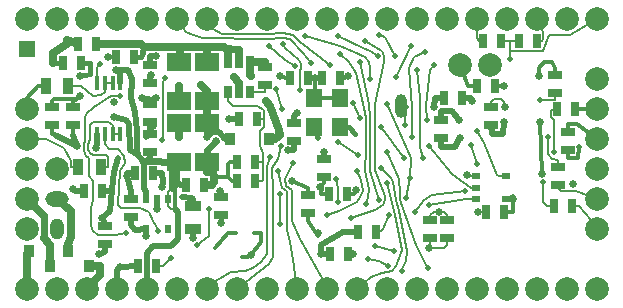
<source format=gbl>
G04 (created by PCBNEW-RS274X (2011-05-25)-stable) date Fri 13 Mar 2015 11:37:05 GMT*
G01*
G70*
G90*
%MOIN*%
G04 Gerber Fmt 3.4, Leading zero omitted, Abs format*
%FSLAX34Y34*%
G04 APERTURE LIST*
%ADD10C,0.006000*%
%ADD11R,0.055100X0.063000*%
%ADD12O,0.047200X0.070900*%
%ADD13O,0.078300X0.051200*%
%ADD14C,0.078700*%
%ADD15R,0.055000X0.055000*%
%ADD16R,0.027600X0.039400*%
%ADD17R,0.020000X0.030000*%
%ADD18R,0.030000X0.020000*%
%ADD19R,0.035000X0.055000*%
%ADD20R,0.025000X0.045000*%
%ADD21R,0.045000X0.025000*%
%ADD22R,0.015000X0.050000*%
%ADD23R,0.035400X0.040200*%
%ADD24O,0.039400X0.078700*%
%ADD25R,0.080000X0.060000*%
%ADD26R,0.055000X0.035000*%
%ADD27C,0.025000*%
%ADD28C,0.020000*%
%ADD29C,0.011800*%
%ADD30C,0.007900*%
%ADD31C,0.005000*%
%ADD32C,0.019700*%
%ADD33C,0.027600*%
%ADD34C,0.015700*%
%ADD35C,0.023600*%
G04 APERTURE END LIST*
G54D10*
G54D11*
X57433Y-34597D03*
X56567Y-33653D03*
X56567Y-34597D03*
X57433Y-33653D03*
G54D12*
X48000Y-38000D03*
G54D13*
X48000Y-37000D03*
G54D14*
X48000Y-36000D03*
G54D15*
X47000Y-32000D03*
G54D14*
X47000Y-38000D03*
X47000Y-37000D03*
X47000Y-36000D03*
X47000Y-35000D03*
X47000Y-34000D03*
X66000Y-38000D03*
X66000Y-37000D03*
X66000Y-36000D03*
X66000Y-35000D03*
X66000Y-34000D03*
X66000Y-33000D03*
X47000Y-40000D03*
X48000Y-40000D03*
X49000Y-40000D03*
X50000Y-40000D03*
X51000Y-40000D03*
X52000Y-40000D03*
X53000Y-40000D03*
X54000Y-40000D03*
X55000Y-40000D03*
X56000Y-40000D03*
X57000Y-40000D03*
X58000Y-40000D03*
X59000Y-40000D03*
X60000Y-40000D03*
X61000Y-40000D03*
X62000Y-40000D03*
X63000Y-40000D03*
X64000Y-40000D03*
X65000Y-40000D03*
X66000Y-40000D03*
X47000Y-31000D03*
X48000Y-31000D03*
X49000Y-31000D03*
X50000Y-31000D03*
X51000Y-31000D03*
X52000Y-31000D03*
X53000Y-31000D03*
X54000Y-31000D03*
X55000Y-31000D03*
X56000Y-31000D03*
X57000Y-31000D03*
X58000Y-31000D03*
X59000Y-31000D03*
X60000Y-31000D03*
X61000Y-31000D03*
X62000Y-31000D03*
X63000Y-31000D03*
X64000Y-31000D03*
X65000Y-31000D03*
X66000Y-31000D03*
X62450Y-32525D03*
X61450Y-32525D03*
G54D16*
X54450Y-32450D03*
X54075Y-32450D03*
X53700Y-32450D03*
X53700Y-33450D03*
X54075Y-33450D03*
X54450Y-33450D03*
G54D17*
X50975Y-37000D03*
X51725Y-37000D03*
X50975Y-38000D03*
X51350Y-37000D03*
X51725Y-38000D03*
G54D18*
X61975Y-37000D03*
X61975Y-36250D03*
X62975Y-37000D03*
X61975Y-36625D03*
X62975Y-36250D03*
G54D19*
X47633Y-33252D03*
X48383Y-33252D03*
X48725Y-35925D03*
X49475Y-35925D03*
G54D20*
X58035Y-38102D03*
X58635Y-38102D03*
X54675Y-34325D03*
X54075Y-34325D03*
X54025Y-36400D03*
X54625Y-36400D03*
X62225Y-31750D03*
X62825Y-31750D03*
X62000Y-33250D03*
X62600Y-33250D03*
X52325Y-36525D03*
X52925Y-36525D03*
G54D21*
X55900Y-34480D03*
X55900Y-35080D03*
G54D20*
X51300Y-39225D03*
X50700Y-39225D03*
X49300Y-31850D03*
X48700Y-31850D03*
X48228Y-32488D03*
X48828Y-32488D03*
G54D21*
X62475Y-33925D03*
X62475Y-34525D03*
X50475Y-37600D03*
X50475Y-37000D03*
X51126Y-35422D03*
X51126Y-34822D03*
G54D20*
X54025Y-35775D03*
X54625Y-35775D03*
G54D21*
X54950Y-33200D03*
X54950Y-32600D03*
X61025Y-38300D03*
X61025Y-37700D03*
G54D20*
X63400Y-31750D03*
X64000Y-31750D03*
X56375Y-32975D03*
X55775Y-32975D03*
X57700Y-38850D03*
X57100Y-38850D03*
G54D21*
X60825Y-34375D03*
X60825Y-34975D03*
G54D20*
X60900Y-33650D03*
X61500Y-33650D03*
X56850Y-32975D03*
X57450Y-32975D03*
X57075Y-36825D03*
X57675Y-36825D03*
G54D21*
X51125Y-33850D03*
X51125Y-34450D03*
X51125Y-32550D03*
X51125Y-33150D03*
G54D20*
X62925Y-37425D03*
X62325Y-37425D03*
X51225Y-36125D03*
X50625Y-36125D03*
G54D21*
X53475Y-36950D03*
X53475Y-37550D03*
G54D20*
X49500Y-36725D03*
X48900Y-36725D03*
G54D21*
X48550Y-33925D03*
X48550Y-34525D03*
X56375Y-37475D03*
X56375Y-36875D03*
X49618Y-37905D03*
X49618Y-38505D03*
G54D22*
X50124Y-34826D03*
X49868Y-34826D03*
X49612Y-34826D03*
X49356Y-34826D03*
X49356Y-33126D03*
X49612Y-33126D03*
X49868Y-33126D03*
X50124Y-33126D03*
G54D23*
X53779Y-35000D03*
X55071Y-35000D03*
X47094Y-38740D03*
X48386Y-38740D03*
X49066Y-39240D03*
X47774Y-39240D03*
G54D21*
X56900Y-36275D03*
X56900Y-35675D03*
G54D20*
X64594Y-37224D03*
X65194Y-37224D03*
G54D21*
X64725Y-36525D03*
X64725Y-35925D03*
G54D20*
X65280Y-34016D03*
X64680Y-34016D03*
G54D21*
X65039Y-34759D03*
X65039Y-35359D03*
G54D24*
X59475Y-33900D03*
G54D25*
X53025Y-35775D03*
X53025Y-34475D03*
G54D26*
X52550Y-38000D03*
X52550Y-37250D03*
G54D25*
X52075Y-35775D03*
X52075Y-34475D03*
X52075Y-32425D03*
X52075Y-33725D03*
G54D20*
X50575Y-32275D03*
X49975Y-32275D03*
G54D25*
X53025Y-32425D03*
X53025Y-33725D03*
G54D21*
X60450Y-38300D03*
X60450Y-37700D03*
X64602Y-33469D03*
X64602Y-32869D03*
X47850Y-33950D03*
X47850Y-34550D03*
G54D27*
X54475Y-38875D03*
G54D28*
X58100Y-32450D03*
X58750Y-37025D03*
X57000Y-37525D03*
X58025Y-36075D03*
X55450Y-36850D03*
X55450Y-37850D03*
X58825Y-34600D03*
X59575Y-35625D03*
X55500Y-34000D03*
X55325Y-33350D03*
X57875Y-33800D03*
X58100Y-34300D03*
X59075Y-37550D03*
X59650Y-36975D03*
X59775Y-36300D03*
X59000Y-33825D03*
X60400Y-35225D03*
X58050Y-35550D03*
X57375Y-35100D03*
X59525Y-39400D03*
X58825Y-35975D03*
X59025Y-36475D03*
X59850Y-34950D03*
X60275Y-32100D03*
X60575Y-32525D03*
X60350Y-34375D03*
X59275Y-32250D03*
X58750Y-31550D03*
X57375Y-31575D03*
X58700Y-32250D03*
X58450Y-33000D03*
X56275Y-31575D03*
X57100Y-32525D03*
X56475Y-32475D03*
X56100Y-33375D03*
X55550Y-31850D03*
X55950Y-32575D03*
X55075Y-31900D03*
X55375Y-36075D03*
X55875Y-35800D03*
X59800Y-31900D03*
X59300Y-32950D03*
X55100Y-35600D03*
X55475Y-35225D03*
X60375Y-39300D03*
X59025Y-35425D03*
X59050Y-39225D03*
X58375Y-39000D03*
X58625Y-38575D03*
X59250Y-38750D03*
G54D27*
X56775Y-36600D03*
G54D28*
X63125Y-32325D03*
X56700Y-34975D03*
X59625Y-34550D03*
X57325Y-36350D03*
X57375Y-37100D03*
X59650Y-33950D03*
X51375Y-38075D03*
X49450Y-32500D03*
X57825Y-37625D03*
X58275Y-31750D03*
X60400Y-37200D03*
G54D27*
X61425Y-34375D03*
G54D28*
X64100Y-33700D03*
G54D27*
X64175Y-36175D03*
X65200Y-36500D03*
X64075Y-32900D03*
X64125Y-34425D03*
G54D28*
X59950Y-37450D03*
X61625Y-36750D03*
X62000Y-34750D03*
G54D27*
X62933Y-33937D03*
X56625Y-32975D03*
X50975Y-38225D03*
X60425Y-38625D03*
X63200Y-37000D03*
X56700Y-38150D03*
X51525Y-36600D03*
X57875Y-38850D03*
X60575Y-33925D03*
X56900Y-35425D03*
X56025Y-34150D03*
X52550Y-38300D03*
X53450Y-36725D03*
X51320Y-32240D03*
X51315Y-33626D03*
X50850Y-33625D03*
G54D28*
X61800Y-35200D03*
X62000Y-35850D03*
X51800Y-38975D03*
G54D27*
X48550Y-36675D03*
G54D28*
X57950Y-34850D03*
G54D27*
X61675Y-36200D03*
X60750Y-37450D03*
X55850Y-36400D03*
X55450Y-32900D03*
X52825Y-33200D03*
X49900Y-33775D03*
G54D28*
X52175Y-36925D03*
G54D27*
X50110Y-39270D03*
X51228Y-34575D03*
X53750Y-34325D03*
X53900Y-32950D03*
X62925Y-33225D03*
X62925Y-34450D03*
X49300Y-35300D03*
X61450Y-34975D03*
X61850Y-33725D03*
X52075Y-34950D03*
X53025Y-34925D03*
X49725Y-32275D03*
X51350Y-37325D03*
X50350Y-36225D03*
X57975Y-36700D03*
X56800Y-38850D03*
X62050Y-37425D03*
X55725Y-35375D03*
X48764Y-32921D03*
X52075Y-33225D03*
X53475Y-37800D03*
X48675Y-35225D03*
X49425Y-38850D03*
X51150Y-32875D03*
X57725Y-32900D03*
X53300Y-35075D03*
X54475Y-32900D03*
X54975Y-33750D03*
X49925Y-34287D03*
X49975Y-32700D03*
G54D28*
X50050Y-35625D03*
G54D27*
X50875Y-35725D03*
X49500Y-37650D03*
X48775Y-33575D03*
X48340Y-31840D03*
G54D28*
X60200Y-35625D03*
X60025Y-32700D03*
X58300Y-37175D03*
X57450Y-32175D03*
X50300Y-38125D03*
X50100Y-33575D03*
X51600Y-32975D03*
X51500Y-35050D03*
X53075Y-37325D03*
X52675Y-38550D03*
X65425Y-35275D03*
X64375Y-34925D03*
X64575Y-35425D03*
X64217Y-36449D03*
G54D29*
X53725Y-38150D02*
X53975Y-38150D01*
X53275Y-38650D02*
X53725Y-38150D01*
X54825Y-38150D02*
X54575Y-38150D01*
X54475Y-38875D02*
X54825Y-38450D01*
X54825Y-38450D02*
X54825Y-38150D01*
X54375Y-38950D02*
X54175Y-38950D01*
X54475Y-38875D02*
X54375Y-38950D01*
G54D30*
X58425Y-33825D02*
X58100Y-32450D01*
X58750Y-37025D02*
X58445Y-36063D01*
X58445Y-36063D02*
X58450Y-34300D01*
X58450Y-34300D02*
X58425Y-33825D01*
X57000Y-37525D02*
X57425Y-37400D01*
X57425Y-37400D02*
X58025Y-37100D01*
X58025Y-37100D02*
X58125Y-36944D01*
X58125Y-36944D02*
X58200Y-36725D01*
X58200Y-36725D02*
X58150Y-36375D01*
X58150Y-36375D02*
X58025Y-36075D01*
X55450Y-36850D02*
X55450Y-37850D01*
X58825Y-34600D02*
X59575Y-35625D01*
X55325Y-33350D02*
X55500Y-34000D01*
G54D29*
X62000Y-33250D02*
X61700Y-33250D01*
X61700Y-33250D02*
X61450Y-32525D01*
G54D30*
X57875Y-33800D02*
X58100Y-34300D01*
X58820Y-38080D02*
X58635Y-38102D01*
X58880Y-38020D02*
X58820Y-38080D01*
X59075Y-37550D02*
X58880Y-38020D01*
G54D10*
X59650Y-36975D02*
X59775Y-36300D01*
X59000Y-33825D02*
X59800Y-35650D01*
X59800Y-35650D02*
X59775Y-36300D01*
G54D30*
X61800Y-36625D02*
X61975Y-36625D01*
X61175Y-36175D02*
X61800Y-36625D01*
X60400Y-35225D02*
X61175Y-36175D01*
X57375Y-35100D02*
X58050Y-35550D01*
X59525Y-39346D02*
X59525Y-39400D01*
X59300Y-37050D02*
X59400Y-37400D01*
X59225Y-36450D02*
X59300Y-37050D01*
X59150Y-36300D02*
X59225Y-36450D01*
X58825Y-35975D02*
X59150Y-36300D01*
X59675Y-38725D02*
X59400Y-37400D01*
X59500Y-39400D02*
X59525Y-39346D01*
X59525Y-39346D02*
X59650Y-39075D01*
X59650Y-39075D02*
X59675Y-38725D01*
X58000Y-40000D02*
X58475Y-39600D01*
X59375Y-39075D02*
X59500Y-38700D01*
X59025Y-36475D02*
X59275Y-37525D01*
X59275Y-37525D02*
X59500Y-38700D01*
X59325Y-39250D02*
X59375Y-39075D01*
X58850Y-39475D02*
X59175Y-39400D01*
X59175Y-39400D02*
X59325Y-39250D01*
X58475Y-39600D02*
X58850Y-39475D01*
X59900Y-32275D02*
X60275Y-32100D01*
X59850Y-34950D02*
X59850Y-33975D01*
X59750Y-32650D02*
X59900Y-32275D01*
X59850Y-33975D02*
X59750Y-32650D01*
X60450Y-32700D02*
X60575Y-32525D01*
X60325Y-33875D02*
X60450Y-32700D01*
X60350Y-34375D02*
X60325Y-33875D01*
X58950Y-31600D02*
X58750Y-31550D01*
X59275Y-32250D02*
X58950Y-31600D01*
X58225Y-31975D02*
X57375Y-31575D01*
X58450Y-32075D02*
X58225Y-31975D01*
X58700Y-32250D02*
X58450Y-32075D01*
X56400Y-31600D02*
X56275Y-31575D01*
X58275Y-32275D02*
X57925Y-32100D01*
X58450Y-33000D02*
X58450Y-32650D01*
X58450Y-32650D02*
X58400Y-32431D01*
X58400Y-32431D02*
X58275Y-32275D01*
X57925Y-32100D02*
X57450Y-31900D01*
X57450Y-31900D02*
X56400Y-31600D01*
X53000Y-31000D02*
X53200Y-31325D01*
X54975Y-31507D02*
X53525Y-31501D01*
X53525Y-31501D02*
X53200Y-31325D01*
X55550Y-31475D02*
X54975Y-31507D01*
X56100Y-31775D02*
X55875Y-31550D01*
X55875Y-31550D02*
X55550Y-31475D01*
X57100Y-32525D02*
X56100Y-31775D01*
X52000Y-31000D02*
X52300Y-31425D01*
X52875Y-31625D02*
X52550Y-31544D01*
X52550Y-31544D02*
X52300Y-31425D01*
X54975Y-31663D02*
X52875Y-31625D01*
X55550Y-31650D02*
X54975Y-31663D01*
X56225Y-32150D02*
X55775Y-31675D01*
X55775Y-31675D02*
X55550Y-31650D01*
X56475Y-32475D02*
X56225Y-32150D01*
X56100Y-33375D02*
X56100Y-32725D01*
X55600Y-31975D02*
X55550Y-31850D01*
X56150Y-32500D02*
X56075Y-32375D01*
X56075Y-32375D02*
X55600Y-31975D01*
X56100Y-32725D02*
X56150Y-32625D01*
X56150Y-32625D02*
X56150Y-32500D01*
X55625Y-32375D02*
X55075Y-31900D01*
X55950Y-32575D02*
X55625Y-32375D01*
X56000Y-40000D02*
X55900Y-39275D01*
X55900Y-39275D02*
X55900Y-39250D01*
X55900Y-39250D02*
X55900Y-39250D01*
X55900Y-39250D02*
X55775Y-38450D01*
X55775Y-38450D02*
X55675Y-38025D01*
X55675Y-36750D02*
X55675Y-38025D01*
X55375Y-36075D02*
X55500Y-36625D01*
X55500Y-36625D02*
X55675Y-36750D01*
X57000Y-40000D02*
X56850Y-39650D01*
X56100Y-38325D02*
X56850Y-39650D01*
X55850Y-37725D02*
X56100Y-38325D01*
X55850Y-36700D02*
X55850Y-37725D01*
X55650Y-36567D02*
X55850Y-36700D01*
X55625Y-36350D02*
X55650Y-36567D01*
X55875Y-35800D02*
X55625Y-36350D01*
X59300Y-32950D02*
X59800Y-31900D01*
X53000Y-40000D02*
X53000Y-39900D01*
X53000Y-39900D02*
X53825Y-39450D01*
X54275Y-39400D02*
X53825Y-39450D01*
X55000Y-38825D02*
X54825Y-39100D01*
X54825Y-39100D02*
X54550Y-39300D01*
X54550Y-39300D02*
X54275Y-39400D01*
X55020Y-36673D02*
X55000Y-38825D01*
X55025Y-35950D02*
X55020Y-36673D01*
X55100Y-35600D02*
X55025Y-35950D01*
X54000Y-40000D02*
X55075Y-39175D01*
X55075Y-39175D02*
X55200Y-38925D01*
X55200Y-36700D02*
X55200Y-38925D01*
X55175Y-35975D02*
X55200Y-36700D01*
X55475Y-35225D02*
X55375Y-35675D01*
X55375Y-35675D02*
X55175Y-35975D01*
X60375Y-39325D02*
X60375Y-39300D01*
X60375Y-39325D02*
X60375Y-39325D01*
X60375Y-39325D02*
X60250Y-39075D01*
X59975Y-38550D02*
X59975Y-38550D01*
X59975Y-38550D02*
X60250Y-39075D01*
X60250Y-39075D02*
X60250Y-39075D01*
X59475Y-37150D02*
X59975Y-38550D01*
X59450Y-37000D02*
X59475Y-37150D01*
X59400Y-36350D02*
X59450Y-36775D01*
X59450Y-36775D02*
X59450Y-37000D01*
X59025Y-35425D02*
X59400Y-36350D01*
X58750Y-39075D02*
X59050Y-39225D01*
X58375Y-39000D02*
X58750Y-39075D01*
X58625Y-38575D02*
X58625Y-38575D01*
X58625Y-38575D02*
X59250Y-38750D01*
G54D29*
X56900Y-36275D02*
X56900Y-36475D01*
X56900Y-36475D02*
X56775Y-36600D01*
X56825Y-36825D02*
X57075Y-36825D01*
X56832Y-36654D02*
X56825Y-36825D01*
X56775Y-36600D02*
X56832Y-36654D01*
G54D30*
X63125Y-32325D02*
X63125Y-32075D01*
X62825Y-31750D02*
X63125Y-31750D01*
X66000Y-31000D02*
X65125Y-31525D01*
X65125Y-31525D02*
X64425Y-31550D01*
X64425Y-31550D02*
X64225Y-32075D01*
X63125Y-31750D02*
X63400Y-31750D01*
X63125Y-32075D02*
X63125Y-31750D01*
X64225Y-32075D02*
X63125Y-32075D01*
X56567Y-34597D02*
X56567Y-34842D01*
X56567Y-34842D02*
X56700Y-34975D01*
X56700Y-34975D02*
X56700Y-34975D01*
X56700Y-34975D02*
X56700Y-34975D01*
X57375Y-36650D02*
X57375Y-37100D01*
X57325Y-36350D02*
X57375Y-36650D01*
G54D31*
X57375Y-37100D02*
X57375Y-37100D01*
G54D10*
X59475Y-33900D02*
X59650Y-33950D01*
G54D30*
X59650Y-33950D02*
X59625Y-34550D01*
X59625Y-34550D02*
X59625Y-34550D01*
X50275Y-35800D02*
X50125Y-36075D01*
X49614Y-35177D02*
X49612Y-34826D01*
X51225Y-37725D02*
X51300Y-37900D01*
X51300Y-37900D02*
X51375Y-38075D01*
X50150Y-37300D02*
X50775Y-37300D01*
X50775Y-37300D02*
X51075Y-37450D01*
X51075Y-37450D02*
X51225Y-37725D01*
X50251Y-35556D02*
X50275Y-35800D01*
X50050Y-35350D02*
X50251Y-35556D01*
X49738Y-35325D02*
X50050Y-35350D01*
X49614Y-35177D02*
X49738Y-35325D01*
X50050Y-37200D02*
X50150Y-37300D01*
X50125Y-36075D02*
X50050Y-37200D01*
X49400Y-32500D02*
X49450Y-32500D01*
X49360Y-32640D02*
X49400Y-32500D01*
X49360Y-32640D02*
X49356Y-33126D01*
X58625Y-37375D02*
X57825Y-37625D01*
X58875Y-37200D02*
X58625Y-37375D01*
X58622Y-36024D02*
X58950Y-36900D01*
X58950Y-36900D02*
X58950Y-37050D01*
X58275Y-31750D02*
X58850Y-32075D01*
X58850Y-32075D02*
X58925Y-32250D01*
X58625Y-33825D02*
X58622Y-36024D01*
X58900Y-32425D02*
X58625Y-33825D01*
X58925Y-32250D02*
X58900Y-32425D01*
X58950Y-37050D02*
X58875Y-37200D01*
X60400Y-37200D02*
X61654Y-37008D01*
X61654Y-37008D02*
X61975Y-37000D01*
G54D32*
X60825Y-34075D02*
X60825Y-34375D01*
X61175Y-34075D02*
X60825Y-34075D01*
X61425Y-34375D02*
X61175Y-34075D01*
G54D33*
X47000Y-40000D02*
X47000Y-38834D01*
X47000Y-38834D02*
X47094Y-38740D01*
X49066Y-39240D02*
X49461Y-39240D01*
X49453Y-39531D02*
X49000Y-40000D01*
X49461Y-39240D02*
X49453Y-39531D01*
G54D30*
X64602Y-33469D02*
X64600Y-33700D01*
X64600Y-33700D02*
X64100Y-33700D01*
X64725Y-36525D02*
X64725Y-36650D01*
X64725Y-36650D02*
X64825Y-36750D01*
X64825Y-36750D02*
X65325Y-36750D01*
X65325Y-36750D02*
X66000Y-37000D01*
G54D29*
X64175Y-36175D02*
X64125Y-34425D01*
X64075Y-32900D02*
X64075Y-32625D01*
X64075Y-32625D02*
X64238Y-32429D01*
X64238Y-32429D02*
X64503Y-32429D01*
X64503Y-32429D02*
X64602Y-32653D01*
X64602Y-32653D02*
X64602Y-32869D01*
G54D30*
X66000Y-38000D02*
X66000Y-37953D01*
X65400Y-37225D02*
X65194Y-37224D01*
X66000Y-37953D02*
X65400Y-37225D01*
G54D29*
X66000Y-35000D02*
X65350Y-34500D01*
X65350Y-34500D02*
X65050Y-34500D01*
X65050Y-34500D02*
X65039Y-34759D01*
X66000Y-34000D02*
X65280Y-34016D01*
G54D30*
X59950Y-37450D02*
X60056Y-37290D01*
X60056Y-37290D02*
X60250Y-37025D01*
X60250Y-37025D02*
X60525Y-36875D01*
X60525Y-36875D02*
X61625Y-36750D01*
X62975Y-36250D02*
X62750Y-36250D01*
X62750Y-36250D02*
X62675Y-36200D01*
X62675Y-36200D02*
X62250Y-35150D01*
X62250Y-35150D02*
X62000Y-34750D01*
X62475Y-33925D02*
X62475Y-33775D01*
X62925Y-33925D02*
X62933Y-33937D01*
X62925Y-33775D02*
X62925Y-33925D01*
X62825Y-33675D02*
X62925Y-33775D01*
X62575Y-33675D02*
X62825Y-33675D01*
X62475Y-33775D02*
X62575Y-33675D01*
X62225Y-31750D02*
X62075Y-31750D01*
X62000Y-31650D02*
X62000Y-31000D01*
X62075Y-31750D02*
X62000Y-31650D01*
G54D29*
X57433Y-33653D02*
X56578Y-33653D01*
X56575Y-33650D02*
X56567Y-33653D01*
X56578Y-33653D02*
X56575Y-33650D01*
X56567Y-33653D02*
X56567Y-33458D01*
X56567Y-33458D02*
X56625Y-33400D01*
X56625Y-33400D02*
X56625Y-32975D01*
X50975Y-38000D02*
X50975Y-38225D01*
G54D32*
X50600Y-38025D02*
X50975Y-38000D01*
X50600Y-38025D02*
X50475Y-37875D01*
X50475Y-37875D02*
X50475Y-37600D01*
G54D30*
X60425Y-38625D02*
X60900Y-38625D01*
X61000Y-38300D02*
X61025Y-38300D01*
X61000Y-38525D02*
X61000Y-38300D01*
X60900Y-38625D02*
X61000Y-38525D01*
X60450Y-38600D02*
X60450Y-38300D01*
X60425Y-38625D02*
X60450Y-38600D01*
G54D29*
X56375Y-37475D02*
X56375Y-37725D01*
X56375Y-37725D02*
X56725Y-38225D01*
X56725Y-38225D02*
X56700Y-38150D01*
X56375Y-32975D02*
X56625Y-32975D01*
X62925Y-37425D02*
X63200Y-37425D01*
X63200Y-37425D02*
X63201Y-37009D01*
X63201Y-37009D02*
X63220Y-36953D01*
G54D32*
X63173Y-37000D02*
X62975Y-37000D01*
X63200Y-37000D02*
X63220Y-36953D01*
X63220Y-36953D02*
X63173Y-37000D01*
X51225Y-36125D02*
X51525Y-36125D01*
X51525Y-36125D02*
X51529Y-36447D01*
X51529Y-36447D02*
X51525Y-36600D01*
X57875Y-38850D02*
X57700Y-38850D01*
X60900Y-33650D02*
X60600Y-33650D01*
X60600Y-33650D02*
X60575Y-33925D01*
G54D29*
X56900Y-35675D02*
X56900Y-35425D01*
G54D32*
X55900Y-34480D02*
X55900Y-34225D01*
X55900Y-34225D02*
X56025Y-34150D01*
X52550Y-38000D02*
X52550Y-38300D01*
X53475Y-36950D02*
X53475Y-36825D01*
X53475Y-36825D02*
X53450Y-36725D01*
X51125Y-32550D02*
X51125Y-32250D01*
X51125Y-32250D02*
X51320Y-32240D01*
X51315Y-33626D02*
X51125Y-33725D01*
X51125Y-33725D02*
X51125Y-33850D01*
G54D29*
X51125Y-33850D02*
X51125Y-33675D01*
X51125Y-33675D02*
X51075Y-33625D01*
X51075Y-33625D02*
X50850Y-33625D01*
X56625Y-32975D02*
X56850Y-32975D01*
G54D30*
X61800Y-35200D02*
X62000Y-35850D01*
G54D31*
X51300Y-39225D02*
X51550Y-39225D01*
X51550Y-39225D02*
X51800Y-38975D01*
G54D32*
X48600Y-36725D02*
X48550Y-36675D01*
X48600Y-36725D02*
X48900Y-36725D01*
G54D30*
X64000Y-31750D02*
X64175Y-31750D01*
X64175Y-31750D02*
X64225Y-31675D01*
X64225Y-31675D02*
X64225Y-31450D01*
X64225Y-31450D02*
X64000Y-31000D01*
G54D34*
X57433Y-34597D02*
X57750Y-34600D01*
X57950Y-34850D02*
X57750Y-34600D01*
G54D29*
X47850Y-34550D02*
X47850Y-34800D01*
G54D32*
X48000Y-34900D02*
X48675Y-35225D01*
G54D34*
X47850Y-34800D02*
X48000Y-34900D01*
G54D30*
X62325Y-37425D02*
X62050Y-37425D01*
X61975Y-36250D02*
X61725Y-36250D01*
X61725Y-36250D02*
X61675Y-36200D01*
X60750Y-37425D02*
X60750Y-37450D01*
X61025Y-37700D02*
X61025Y-37525D01*
X60450Y-37550D02*
X60575Y-37425D01*
X60575Y-37425D02*
X60750Y-37425D01*
X60450Y-37550D02*
X60450Y-37700D01*
X60925Y-37425D02*
X60750Y-37425D01*
X61025Y-37525D02*
X60925Y-37425D01*
G54D32*
X50475Y-37000D02*
X50475Y-36750D01*
X50350Y-36225D02*
X50350Y-36225D01*
X50475Y-36750D02*
X50350Y-36225D01*
G54D29*
X55850Y-36400D02*
X56375Y-36650D01*
X56375Y-36650D02*
X56375Y-36875D01*
X55450Y-32900D02*
X55650Y-32975D01*
X55650Y-32975D02*
X55775Y-32975D01*
G54D32*
X53779Y-35000D02*
X53625Y-35000D01*
X53625Y-35000D02*
X53400Y-34775D01*
X53400Y-34775D02*
X53175Y-34775D01*
X53175Y-34775D02*
X53025Y-34925D01*
G54D33*
X53025Y-33725D02*
X53025Y-33400D01*
X53025Y-33400D02*
X52825Y-33200D01*
X52075Y-33725D02*
X52075Y-33225D01*
G54D32*
X52550Y-37250D02*
X52550Y-37025D01*
X52550Y-37025D02*
X52500Y-36975D01*
X52500Y-36975D02*
X52175Y-36925D01*
X58035Y-38102D02*
X57550Y-38100D01*
X57550Y-38100D02*
X56800Y-38550D01*
X56800Y-38550D02*
X56800Y-38850D01*
X50112Y-39272D02*
X50700Y-39225D01*
X50110Y-39270D02*
X50112Y-39272D01*
X51125Y-34472D02*
X51228Y-34575D01*
X51125Y-34472D02*
X51125Y-34450D01*
X53750Y-34325D02*
X54075Y-34325D01*
G54D33*
X54075Y-33125D02*
X53900Y-32950D01*
X54075Y-33450D02*
X54075Y-33125D01*
G54D29*
X62875Y-33250D02*
X62925Y-33225D01*
X62600Y-33250D02*
X62875Y-33250D01*
G54D32*
X62925Y-34450D02*
X62875Y-34825D01*
X62875Y-34825D02*
X62500Y-34825D01*
X62500Y-34825D02*
X62475Y-34525D01*
X49356Y-34826D02*
X49356Y-35144D01*
X49356Y-35144D02*
X49300Y-35300D01*
X60825Y-34975D02*
X60825Y-35275D01*
X60825Y-35275D02*
X61275Y-35275D01*
X61275Y-35275D02*
X61450Y-34950D01*
X61450Y-34950D02*
X61450Y-34975D01*
X61850Y-33725D02*
X61800Y-33650D01*
X61800Y-33650D02*
X61500Y-33650D01*
X50000Y-40000D02*
X50000Y-39371D01*
X50000Y-39371D02*
X50099Y-39272D01*
X50099Y-39272D02*
X50700Y-39225D01*
X49618Y-38505D02*
X49625Y-38775D01*
X49429Y-38850D02*
X49421Y-38850D01*
X49625Y-38775D02*
X49429Y-38850D01*
X49421Y-38850D02*
X49421Y-38846D01*
G54D33*
X52075Y-34475D02*
X52075Y-34950D01*
G54D32*
X53025Y-34475D02*
X53025Y-34925D01*
G54D29*
X49975Y-32275D02*
X49725Y-32275D01*
G54D32*
X51350Y-37000D02*
X51350Y-37325D01*
X50625Y-36125D02*
X50350Y-36125D01*
X50350Y-36125D02*
X50350Y-36225D01*
G54D29*
X57675Y-36825D02*
X57925Y-36825D01*
X57925Y-36825D02*
X57975Y-36700D01*
G54D32*
X56800Y-38850D02*
X57100Y-38850D01*
X55900Y-35080D02*
X55900Y-35375D01*
X55900Y-35375D02*
X55725Y-35375D01*
G54D34*
X49106Y-32476D02*
X48828Y-32488D01*
X49102Y-32854D02*
X49106Y-32476D01*
X48764Y-32921D02*
X49102Y-32854D01*
G54D33*
X53025Y-33725D02*
X53025Y-34475D01*
G54D32*
X51126Y-34822D02*
X50975Y-34925D01*
X51125Y-34775D02*
X51125Y-34450D01*
X50975Y-34925D02*
X51125Y-34775D01*
G54D34*
X53475Y-37550D02*
X53475Y-37800D01*
G54D29*
X48550Y-34525D02*
X48555Y-34858D01*
G54D32*
X48555Y-34858D02*
X48675Y-35225D01*
X49425Y-38850D02*
X49421Y-38846D01*
X51125Y-33150D02*
X51125Y-32925D01*
X51125Y-32925D02*
X51150Y-32875D01*
G54D29*
X57725Y-32900D02*
X57600Y-32975D01*
X57600Y-32975D02*
X57450Y-32975D01*
G54D35*
X53300Y-35075D02*
X53025Y-35375D01*
X53025Y-35375D02*
X53025Y-35775D01*
G54D33*
X52925Y-36525D02*
X53175Y-36525D01*
X53250Y-36450D02*
X53250Y-36275D01*
X53175Y-36525D02*
X53250Y-36450D01*
G54D29*
X53725Y-36200D02*
X53725Y-36275D01*
X53850Y-36400D02*
X54025Y-36400D01*
X53725Y-36275D02*
X53850Y-36400D01*
G54D33*
X53025Y-35775D02*
X53025Y-36100D01*
X53225Y-36100D02*
X53250Y-36275D01*
X53025Y-36100D02*
X53225Y-36100D01*
G54D29*
X53775Y-35775D02*
X54025Y-35775D01*
X53725Y-35825D02*
X53775Y-35775D01*
X53725Y-36200D02*
X53725Y-35825D01*
X53661Y-36281D02*
X53725Y-36200D01*
X53250Y-36275D02*
X53661Y-36281D01*
G54D30*
X54450Y-33450D02*
X54950Y-33450D01*
X54950Y-33450D02*
X54950Y-33200D01*
X54625Y-36400D02*
X54843Y-36398D01*
X54843Y-36398D02*
X54882Y-36358D01*
X54882Y-36358D02*
X54880Y-35775D01*
X54900Y-34325D02*
X54900Y-34600D01*
X54900Y-34600D02*
X54775Y-34750D01*
X54775Y-34750D02*
X54775Y-35250D01*
X54880Y-35475D02*
X54880Y-35775D01*
X54775Y-35250D02*
X54880Y-35475D01*
X54880Y-35775D02*
X54625Y-35775D01*
X53700Y-33450D02*
X53700Y-33750D01*
X53700Y-33750D02*
X53875Y-33900D01*
X53875Y-33900D02*
X54675Y-33900D01*
X54675Y-33900D02*
X54900Y-34050D01*
X54900Y-34050D02*
X54900Y-34325D01*
X54900Y-34325D02*
X54675Y-34325D01*
G54D33*
X54450Y-32450D02*
X54450Y-32875D01*
X54450Y-32875D02*
X54475Y-32900D01*
X54950Y-32600D02*
X54950Y-32450D01*
X54950Y-32450D02*
X54450Y-32450D01*
X54975Y-33750D02*
X55125Y-33900D01*
X55125Y-33900D02*
X55425Y-34700D01*
X55425Y-34700D02*
X55429Y-34882D01*
X55275Y-35000D02*
X55071Y-35000D01*
X55429Y-34882D02*
X55275Y-35000D01*
X52100Y-31925D02*
X53025Y-31925D01*
X54075Y-32035D02*
X54075Y-32450D01*
G54D35*
X53575Y-31950D02*
X54075Y-32035D01*
G54D33*
X53025Y-32425D02*
X53025Y-31925D01*
X53700Y-32125D02*
X53700Y-32450D01*
G54D35*
X53575Y-31950D02*
X53700Y-32125D01*
G54D33*
X53025Y-31925D02*
X53575Y-31950D01*
G54D34*
X50875Y-32150D02*
X50800Y-32275D01*
X50800Y-32275D02*
X50575Y-32275D01*
G54D32*
X50925Y-31925D02*
X50875Y-32150D01*
G54D33*
X49300Y-31850D02*
X50800Y-31850D01*
X50800Y-31850D02*
X50925Y-31925D01*
X50925Y-31925D02*
X52100Y-31925D01*
X52100Y-31925D02*
X52075Y-32425D01*
G54D29*
X47850Y-33950D02*
X47850Y-33750D01*
X48675Y-33675D02*
X48775Y-33575D01*
X47925Y-33675D02*
X48675Y-33675D01*
X47850Y-33750D02*
X47925Y-33675D01*
G54D30*
X51725Y-37000D02*
X51725Y-37250D01*
X51825Y-37350D02*
X51950Y-37350D01*
X51725Y-37250D02*
X51825Y-37350D01*
G54D32*
X51000Y-40000D02*
X51000Y-38800D01*
X51000Y-38800D02*
X51225Y-38575D01*
X51225Y-38575D02*
X51825Y-38575D01*
X51825Y-38575D02*
X52050Y-38350D01*
X52050Y-38350D02*
X52050Y-37425D01*
X52050Y-37425D02*
X51950Y-37350D01*
X52075Y-35950D02*
X52075Y-35800D01*
G54D29*
X51950Y-37350D02*
X51950Y-36613D01*
G54D32*
X51950Y-36525D02*
X51950Y-36075D01*
X51950Y-36613D02*
X51950Y-36525D01*
X51950Y-36075D02*
X52075Y-35950D01*
G54D30*
X52075Y-35800D02*
X52075Y-35775D01*
G54D35*
X52075Y-35775D02*
X51525Y-35775D01*
X51525Y-35775D02*
X51450Y-35725D01*
X51450Y-35725D02*
X50900Y-35725D01*
X50900Y-35725D02*
X50875Y-35725D01*
G54D32*
X50975Y-37000D02*
X50975Y-36775D01*
X50925Y-35825D02*
X50875Y-35725D01*
X50925Y-36650D02*
X50925Y-35825D01*
X50975Y-36775D02*
X50925Y-36650D01*
G54D30*
X51725Y-37000D02*
X51725Y-36775D01*
G54D35*
X51850Y-36025D02*
X52075Y-35800D01*
X51850Y-36650D02*
X51850Y-36025D01*
G54D30*
X51725Y-36775D02*
X51850Y-36650D01*
X52075Y-35800D02*
X52075Y-35775D01*
G54D32*
X52325Y-36525D02*
X52125Y-36525D01*
X52125Y-36525D02*
X52000Y-36450D01*
X52000Y-36450D02*
X52000Y-35900D01*
X52000Y-35900D02*
X52075Y-35775D01*
X50875Y-35725D02*
X50700Y-35550D01*
X50300Y-34375D02*
X49925Y-34287D01*
X50396Y-34513D02*
X50300Y-34375D01*
X50450Y-35375D02*
X50396Y-34513D01*
X50700Y-35550D02*
X50450Y-35375D01*
X49500Y-36725D02*
X49825Y-36725D01*
X49850Y-36700D02*
X49850Y-36675D01*
X49825Y-36725D02*
X49850Y-36700D01*
X49618Y-37905D02*
X49618Y-37818D01*
X49618Y-37818D02*
X49500Y-37650D01*
X50125Y-32875D02*
X50124Y-33126D01*
X50125Y-32700D02*
X50125Y-32875D01*
X49975Y-32700D02*
X50125Y-32700D01*
X50500Y-33000D02*
X50375Y-32700D01*
X50625Y-34100D02*
X50488Y-33646D01*
X50488Y-33646D02*
X50500Y-33000D01*
X50375Y-32700D02*
X49975Y-32700D01*
X50675Y-34725D02*
X50625Y-34100D01*
X50675Y-35375D02*
X50675Y-34725D01*
X50700Y-35550D02*
X50675Y-35375D01*
X50875Y-35725D02*
X50700Y-35550D01*
X50050Y-35625D02*
X49900Y-36100D01*
X49900Y-36100D02*
X49850Y-36675D01*
X50875Y-35725D02*
X51100Y-35700D01*
X51126Y-35422D02*
X51100Y-35700D01*
X49850Y-36675D02*
X49825Y-37075D01*
X49825Y-37075D02*
X49775Y-37400D01*
X49775Y-37400D02*
X49500Y-37650D01*
G54D29*
X48775Y-33575D02*
X48551Y-33787D01*
X48551Y-33787D02*
X48550Y-33925D01*
G54D34*
X48228Y-32488D02*
X47875Y-32475D01*
G54D33*
X48340Y-31700D02*
X48700Y-31850D01*
X48340Y-31840D02*
X48340Y-31700D01*
X48340Y-31840D02*
X47886Y-32134D01*
X47886Y-32134D02*
X47875Y-32475D01*
G54D30*
X60200Y-35625D02*
X60100Y-35275D01*
X60100Y-35275D02*
X60100Y-33625D01*
X60100Y-33625D02*
X60025Y-32700D01*
X58300Y-37175D02*
X58375Y-36950D01*
X58375Y-36950D02*
X58400Y-36675D01*
X58400Y-36675D02*
X58268Y-36063D01*
X58250Y-33960D02*
X57975Y-32800D01*
X57975Y-32800D02*
X57750Y-32425D01*
X57750Y-32425D02*
X57450Y-32175D01*
X58300Y-34300D02*
X58250Y-33960D01*
X58300Y-35325D02*
X58300Y-34300D01*
X58268Y-36063D02*
X58300Y-35325D01*
X49075Y-35650D02*
X49075Y-36250D01*
X49392Y-38200D02*
X49950Y-38202D01*
X49950Y-38202D02*
X50300Y-38125D01*
X49134Y-37898D02*
X49200Y-38075D01*
X49200Y-38075D02*
X49392Y-38200D01*
X49209Y-36406D02*
X49209Y-37050D01*
X49209Y-37050D02*
X49134Y-37300D01*
X49134Y-37300D02*
X49134Y-37898D01*
X49075Y-36250D02*
X49209Y-36406D01*
X48895Y-35396D02*
X48988Y-35559D01*
X48988Y-35559D02*
X49075Y-35650D01*
X48895Y-35396D02*
X48895Y-35200D01*
X48895Y-35200D02*
X48929Y-35050D01*
X48929Y-35050D02*
X48929Y-34317D01*
X48929Y-34317D02*
X48988Y-34173D01*
X48988Y-34173D02*
X49256Y-33953D01*
X49256Y-33953D02*
X49807Y-33559D01*
X49807Y-33559D02*
X49988Y-33559D01*
X49988Y-33559D02*
X50100Y-33575D01*
X51600Y-32975D02*
X51551Y-33094D01*
X51551Y-34858D02*
X51500Y-35050D01*
X51551Y-33094D02*
X51551Y-34858D01*
X53075Y-37325D02*
X53075Y-38250D01*
X53075Y-38250D02*
X52675Y-38550D01*
G54D10*
X49612Y-33126D02*
X49868Y-33126D01*
G54D30*
X48383Y-33252D02*
X48800Y-33250D01*
X49610Y-33429D02*
X49612Y-33126D01*
X49475Y-33550D02*
X49610Y-33429D01*
X49225Y-33575D02*
X49475Y-33550D01*
X48800Y-33250D02*
X49225Y-33575D01*
X49475Y-35925D02*
X49725Y-35925D01*
X49725Y-35925D02*
X49725Y-35625D01*
X49725Y-35625D02*
X49675Y-35550D01*
X49675Y-35550D02*
X49250Y-35550D01*
X49250Y-35550D02*
X49146Y-35513D01*
X49146Y-35513D02*
X49050Y-35375D01*
X49862Y-34528D02*
X49868Y-34826D01*
X49050Y-35200D02*
X49050Y-35375D01*
X49100Y-35000D02*
X49050Y-35200D01*
X49100Y-34550D02*
X49100Y-35000D01*
X49225Y-34425D02*
X49100Y-34550D01*
X49725Y-34425D02*
X49225Y-34425D01*
X49862Y-34528D02*
X49725Y-34425D01*
G54D10*
X49868Y-34826D02*
X50124Y-34826D01*
G54D29*
X47000Y-34000D02*
X47000Y-33625D01*
X47375Y-33250D02*
X47633Y-33252D01*
X47000Y-33625D02*
X47375Y-33250D01*
G54D10*
X48725Y-35925D02*
X48475Y-35925D01*
G54D30*
X48250Y-35300D02*
X47650Y-35000D01*
X48475Y-35725D02*
X48250Y-35300D01*
G54D10*
X48475Y-35925D02*
X48475Y-35725D01*
G54D30*
X47650Y-35000D02*
X47000Y-35000D01*
G54D33*
X47774Y-39240D02*
X47774Y-38525D01*
X47580Y-37564D02*
X47000Y-37000D01*
G54D35*
X47580Y-38315D02*
X47580Y-37564D01*
G54D33*
X47774Y-38525D02*
X47580Y-38315D01*
G54D29*
X65039Y-35359D02*
X65050Y-35625D01*
X65375Y-35625D02*
X65425Y-35275D01*
X65050Y-35625D02*
X65375Y-35625D01*
G54D30*
X64725Y-35925D02*
X64725Y-35700D01*
X64725Y-35700D02*
X64525Y-35675D01*
X64525Y-35675D02*
X64375Y-35500D01*
X64375Y-35500D02*
X64375Y-34925D01*
X64575Y-35425D02*
X64575Y-34375D01*
X64575Y-34375D02*
X64475Y-34275D01*
X64475Y-34025D02*
X64680Y-34016D01*
X64475Y-34275D02*
X64475Y-34025D01*
X64594Y-37224D02*
X64342Y-37224D01*
X64342Y-37224D02*
X64217Y-37099D01*
X64217Y-37099D02*
X64217Y-36449D01*
G54D33*
X48386Y-38740D02*
X48380Y-38520D01*
X48488Y-37398D02*
X48000Y-37000D01*
X48488Y-38274D02*
X48488Y-37398D01*
X48380Y-38520D02*
X48488Y-38274D01*
M02*

</source>
